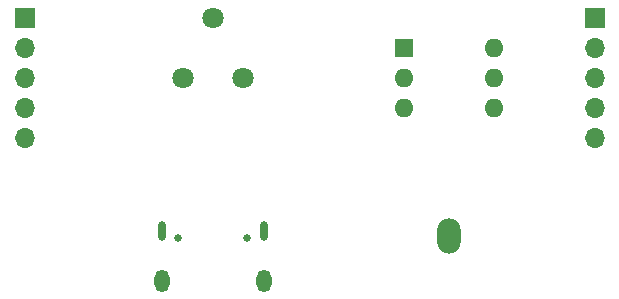
<source format=gbs>
%TF.GenerationSoftware,KiCad,Pcbnew,8.0.4*%
%TF.CreationDate,2025-01-04T18:25:06+00:00*%
%TF.ProjectId,breadboard_usb,62726561-6462-46f6-9172-645f7573622e,rev?*%
%TF.SameCoordinates,Original*%
%TF.FileFunction,Soldermask,Bot*%
%TF.FilePolarity,Negative*%
%FSLAX46Y46*%
G04 Gerber Fmt 4.6, Leading zero omitted, Abs format (unit mm)*
G04 Created by KiCad (PCBNEW 8.0.4) date 2025-01-04 18:25:06*
%MOMM*%
%LPD*%
G01*
G04 APERTURE LIST*
%ADD10R,1.600000X1.600000*%
%ADD11O,1.600000X1.600000*%
%ADD12O,2.000000X3.000000*%
%ADD13R,1.700000X1.700000*%
%ADD14O,1.700000X1.700000*%
%ADD15C,1.800000*%
%ADD16O,0.600000X1.700000*%
%ADD17C,0.650000*%
%ADD18O,1.300000X1.900000*%
G04 APERTURE END LIST*
D10*
%TO.C,SW3*%
X84190000Y-54540000D03*
D11*
X84190000Y-57080000D03*
X84190000Y-59620000D03*
X91810000Y-59620000D03*
X91810000Y-57080000D03*
X91810000Y-54540000D03*
%TD*%
D12*
%TO.C,U5*%
X88000000Y-70500000D03*
%TD*%
D13*
%TO.C,J17*%
X100360000Y-52000000D03*
D14*
X100360000Y-54540000D03*
X100360000Y-57080000D03*
X100360000Y-59620000D03*
X100360000Y-62160000D03*
%TD*%
D13*
%TO.C,J16*%
X52100000Y-52000000D03*
D14*
X52100000Y-54540000D03*
X52100000Y-57080000D03*
X52100000Y-59620000D03*
X52100000Y-62160000D03*
%TD*%
D15*
%TO.C,RV1*%
X65460000Y-57080000D03*
X68000000Y-52000000D03*
X70540000Y-57080000D03*
%TD*%
D16*
%TO.C,J18*%
X63680000Y-70070000D03*
D17*
X65110000Y-70600000D03*
X70890000Y-70600000D03*
D16*
X72320000Y-70070000D03*
D18*
X63680000Y-74250000D03*
X72320000Y-74250000D03*
%TD*%
M02*

</source>
